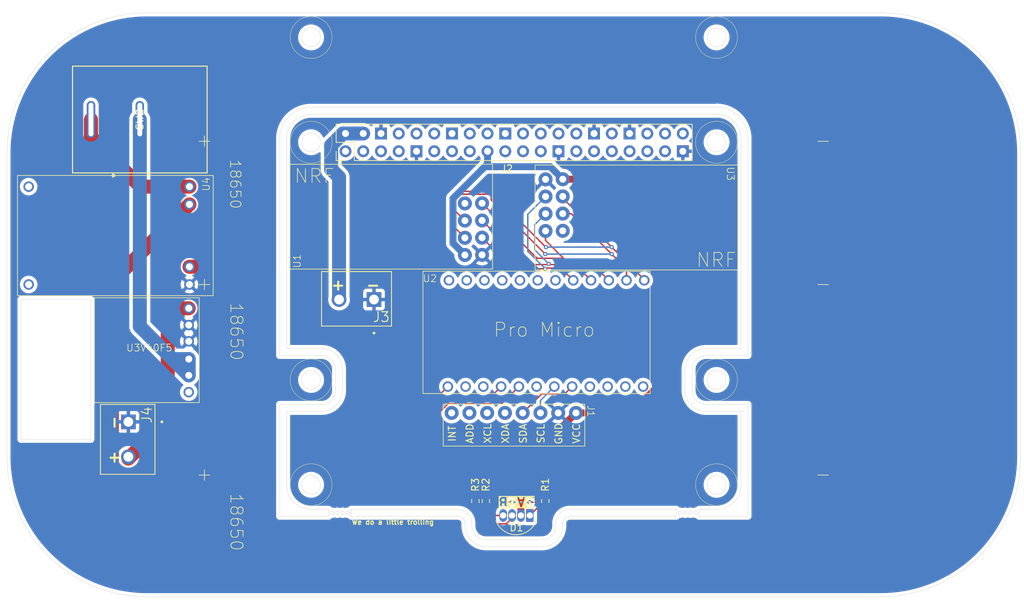
<source format=kicad_pcb>
(kicad_pcb (version 20240108) (generator "pcbnew") (generator_version "8.0")
  (layers (0 "F.Cu" signal) (31 "B.Cu" signal) (34 "B.Paste" user) (35 "F.Paste" user) (36 "B.SilkS" user "B.Silkscreen") (37 "F.SilkS" user "F.Silkscreen") (38 "B.Mask" user) (39 "F.Mask" user) (44 "Edge.Cuts" user))
  (net 0 "")
  (net 1 "Net-(D1-GK)")
  (net 2 "+3.3V")
  (net 3 "/B+")
  (net 4 "GND")
  (net 5 "Net-(D1-RK)")
  (net 6 "/B-")
  (net 7 "Net-(D1-BK)")
  (net 9 "LED_R")
  (net 10 "LED_G")
  (net 11 "LED_B")
  (net 14 "5V regulated")
  (net 17 "MISO")
  (net 26 "MOSI")
  (net 29 "SCK")
  (net 30 "SDA")
  (net 31 "CE")
  (net 32 "SCL")
  (net 33 "CSN")
  (net 72 "Net-(U4-OUT+)")
  (net 73 "Net-(SW2-Pad2)")
  (footprint "Resistor_SMD:R_0603_1608Metric" (layer "F.Cu") (at 143.04 125.86 90)
    (property "Reference" "R1" (at 2.325 0 90) (layer "F.SilkS"))
    (property "Value" "220")
    (fp_line (start -0.237258 -0.5225) (end 0.237258 -0.5225) (stroke (width 0.12)) (layer "F.SilkS"))
    (fp_line (start -0.237258 0.5225) (end 0.237258 0.5225) (stroke (width 0.12)) (layer "F.SilkS"))
    (pad "1" smd roundrect (at -0.825 0 90) (size 0.8 0.95) (layers "F.Cu" "F.Paste" "F.Mask") (net 5 "Net-(D1-RK)"))
    (pad "2" smd roundrect (at 0.825 0 90) (size 0.8 0.95) (layers "F.Cu" "F.Paste" "F.Mask") (net 9 "LED_R"))
  )
  (footprint "Strings_Custom_Symbols:Pro Micro" (layer "F.Cu") (at 117.04 138.485 90)
    (property "Reference" "U2" (at 44.45 9.5 0) (layer "F.SilkS") (effects (font (thickness 0.1))))
    (property "Value" "~")
    (fp_rect (start 28 8.5) (end 45.5 41) (stroke (width 0.1)) (fill none) (layer "F.SilkS"))
    (fp_text user "Pro Micro" (at 35.95 18.5 0) (layer "F.SilkS") (effects (font (size 2 2) (thickness 0.1)) (justify left bottom)))
    (pad "1" thru_hole circle (at 29 40 90) (size 1.5 1.5) (drill 1) (layers "*.Cu" "*.Mask"))
    (pad "2" thru_hole circle (at 29 37.46 90) (size 1.5 1.5) (drill 1) (layers "*.Cu" "*.Mask"))
    (pad "3" thru_hole circle (at 29 34.92 90) (size 1.5 1.5) (drill 1) (layers "*.Cu" "*.Mask"))
    (pad "4" thru_hole circle (at 29 32.38 90) (size 1.5 1.5) (drill 1) (layers "*.Cu" "*.Mask"))
    (pad "5" thru_hole circle (at 29 29.84 90) (size 1.5 1.5) (drill 1) (layers "*.Cu" "*.Mask") (net 30 "SDA"))
    (pad "6" thru_hole circle (at 29 27.3 90) (size 1.5 1.5) (drill 1) (layers "*.Cu" "*.Mask") (net 32 "SCL"))
    (pad "7" thru_hole circle (at 29 24.76 90) (size 1.5 1.5) (drill 1) (layers "*.Cu" "*.Mask"))
    (pad "8" thru_hole circle (at 29 22.22 90) (size 1.5 1.5) (drill 1) (layers "*.Cu" "*.Mask") (net 9 "LED_R"))
    (pad "9" thru_hole circle (at 29 19.68 90) (size 1.5 1.5) (drill 1) (layers "*.Cu" "*.Mask") (net 10 "LED_G"))
    (pad "10" thru_hole circle (at 29 17.14 90) (size 1.5 1.5) (drill 1) (layers "*.Cu" "*.Mask"))
    (pad "11" thru_hole circle (at 29 14.6 90) (size 1.5 1.5) (drill 1) (layers "*.Cu" "*.Mask"))
    (pad "12" thru_hole circle (at 29 12.06 90) (size 1.5 1.5) (drill 1) (layers "*.Cu" "*.Mask") (net 11 "LED_B"))
    (pad "13" thru_hole circle (at 44.2 12.22 90) (size 1.5 1.5) (drill 1) (layers "*.Cu" "*.Mask"))
    (pad "14" thru_hole circle (at 44.2 14.76 90) (size 1.5 1.5) (drill 1) (layers "*.Cu" "*.Mask"))
    (pad "15" thru_hole circle (at 44.2 17.3 90) (size 1.5 1.5) (drill 1) (layers "*.Cu" "*.Mask"))
    (pad "16" thru_hole circle (at 44.2 19.84 90) (size 1.5 1.5) (drill 1) (layers "*.Cu" "*.Mask"))
    (pad "17" thru_hole circle (at 44.2 22.38 90) (size 1.5 1.5) (drill 1) (layers "*.Cu" "*.Mask"))
    (pad "18" thru_hole circle (at 44.2 24.92 90) (size 1.5 1.5) (drill 1) (layers "*.Cu" "*.Mask"))
    (pad "19" thru_hole circle (at 44.2 27.46 90) (size 1.5 1.5) (drill 1) (layers "*.Cu" "*.Mask"))
    (pad "20" thru_hole circle (at 44.2 30 90) (size 1.5 1.5) (drill 1) (layers "*.Cu" "*.Mask") (net 31 "CE"))
    (pad "21" thru_hole circle (at 44.2 32.54 90) (size 1.5 1.5) (drill 1) (layers "*.Cu" "*.Mask") (net 29 "SCK"))
    (pad "22" thru_hole circle (at 44.2 35.08 90) (size 1.5 1.5) (drill 1) (layers "*.Cu" "*.Mask") (net 17 "MISO"))
    (pad "23" thru_hole circle (at 44.2 37.62 90) (size 1.5 1.5) (drill 1) (layers "*.Cu" "*.Mask") (net 26 "MOSI"))
    (pad "24" thru_hole circle (at 44.2 40.16 90) (size 1.5 1.5) (drill 1) (layers "*.Cu" "*.Mask") (net 33 "CSN"))
  )
  (footprint "Strings_Custom_Symbols:MPU6050" (layer "F.Cu") (at 138.568857 112.003425 -90)
    (property "Reference" "J1" (at 1 -11 -90) (layer "F.SilkS") (effects (font (thickness 0.1))))
    (property "Value" "MPU6050")
    (fp_rect (start 0 -10.125) (end 6 10.125) (stroke (width 0.1)) (fill none) (layer "F.SilkS"))
    (fp_text user "SDA" (at 4.21 -1.31 90) (layer "F.SilkS"))
    (fp_text user "SCL" (at 4.21 -3.85 90) (layer "F.SilkS"))
    (fp_text user "INT" (at 4.21 8.85 90) (layer "F.SilkS"))
    (fp_text user "ADD" (at 4.21 6.31 90) (layer "F.SilkS"))
    (fp_text user "GND" (at 4.21 -6.39 90) (layer "F.SilkS"))
    (fp_text user "XCL" (at 4.21 3.77 90) (layer "F.SilkS"))
    (fp_text user "XDA" (at 4.21 1.23 90) (layer "F.SilkS"))
    (fp_text user "VCC" (at 4.21 -8.93 90) (layer "F.SilkS"))
    (pad "1" thru_hole circle (at 1.25 -8.86 90) (size 2 2) (drill 1) (layers "*.Cu" "*.Mask") (net 2 "+3.3V"))
    (pad "2" thru_hole circle (at 1.25 -6.32 90) (size 2 2) (drill 1) (layers "*.Cu" "*.Mask") (net 4 "GND"))
    (pad "3" thru_hole circle (at 1.25 -3.78 90) (size 2 2) (drill 1) (layers "*.Cu" "*.Mask") (net 32 "SCL"))
    (pad "4" thru_hole circle (at 1.25 -1.24 90) (size 2 2) (drill 1) (layers "*.Cu" "*.Mask") (net 30 "SDA"))
    (pad "5" thru_hole circle (at 1.25 1.3 90) (size 2 2) (drill 1) (layers "*.Cu" "*.Mask"))
    (pad "6" thru_hole circle (at 1.25 3.84 90) (size 2 2) (drill 1) (layers "*.Cu" "*.Mask"))
    (pad "7" thru_hole circle (at 1.25 6.38 90) (size 2 2) (drill 1) (layers "*.Cu" "*.Mask"))
    (pad "8" thru_hole circle (at 1.25 8.92 90) (size 2 2) (drill 1) (layers "*.Cu" "*.Mask"))
  )
  (footprint "Resistor_SMD:R_0603_1608Metric" (layer "F.Cu") (at 134.54 125.86 90)
    (property "Reference" "R2" (at 2.325 0 90) (layer "F.SilkS"))
    (property "Value" "220")
    (fp_line (start -0.237258 -0.5225) (end 0.237258 -0.5225) (stroke (width 0.12)) (layer "F.SilkS"))
    (fp_line (start -0.237258 0.5225) (end 0.237258 0.5225) (stroke (width 0.12)) (layer "F.SilkS"))
    (pad "1" smd roundrect (at -0.825 0 90) (size 0.8 0.95) (layers "F.Cu" "F.Paste" "F.Mask") (net 1 "Net-(D1-GK)"))
    (pad "2" smd roundrect (at 0.825 0 90) (size 0.8 0.95) (layers "F.Cu" "F.Paste" "F.Mask") (net 10 "LED_G"))
  )
  (footprint "Strings_Custom_Symbols:CUI_TB003-500-P02BE" (layer "F.Cu") (at 118.54 97.035 180)
    (property "Reference" "J3" (at -1.05 -2.5 0) (layer "F.SilkS") (effects (font (size 1.4 1.4))))
    (property "Value" "Screw_Terminal_01x02")
    (fp_line (start 7.5 4) (end -2.5 4) (stroke (width 0.127)) (layer "F.SilkS"))
    (fp_line (start 7.5 -3.8) (end 7.5 4) (stroke (width 0.127)) (layer "F.SilkS"))
    (fp_line (start -2.5 4) (end -2.5 -3.8) (stroke (width 0.127)) (layer "F.SilkS"))
    (fp_line (start -2.5 -3.8) (end 7.5 -3.8) (stroke (width 0.127)) (layer "F.SilkS"))
    (fp_circle (center 0 -4.8) (end 0.1 -4.8) (stroke (width 0.2)) (fill none) (layer "F.SilkS"))
    (fp_text user "-" (at -1 2.75 180) (layer "F.SilkS") (effects (font (size 1.5 1.5) (thickness 0.3) (bold yes)) (justify left bottom)))
    (fp_text user "+" (at 4 2.75 180) (layer "F.SilkS") (effects (font (size 1.5 1.5) (thickness 0.3) (bold yes)) (justify left bottom)))
    (pad "1" thru_hole rect (at 0 0 180) (size 2.1 2.1) (drill 1.4) (layers "*.Cu" "*.Mask") (net 4 "GND"))
    (pad "2" thru_hole circle (at 5 0 180) (size 2.1 2.1) (drill 1.4) (layers "*.Cu" "*.Mask") (net 14 "5V regulated"))
  )
  (footprint "Strings_Custom_Symbols:18650SMD" (layer "F.Cu") (at 176.84 137.635 180)
    (property "Reference" "U8" (hide yes))
    (property "Value" "~" (hide yes))
    (fp_text user "+" (at 81.25 16.5 180) (layer "F.SilkS") (effects (font (size 2 2) (thickness 0.1)) (justify left bottom)))
    (fp_text user "18650 " (at 79 13 -90) (layer "F.SilkS") (effects (font (size 1.75 1.75) (thickness 0.1)) (justify left bottom)))
    (fp_text user "-" (at -7.25 16.5 180) (layer "F.SilkS") (effects (font (size 2 2) (thickness 0.1)) (justify left bottom)))
    (pad "1" smd custom (at -2.2 15.6 180) (size 5 5) (layers "*.Mask" "F.Cu" "F.Paste") (net 3 "/B+") (options (clearance outline) (anchor rect)) (primitives))
    (pad "2" smd custom (at 78.8 15.6 180) (size 5 5) (layers "*.Mask" "F.Cu" "F.Paste") (net 6 "/B-") (options (clearance outline) (anchor rect)) (primitives))
  )
  (footprint "Strings_Custom_Symbols:CUI_TB003-500-P02BE" (layer "F.Cu") (at 83.4025 114.535 -90)
    (property "Reference" "J4" (at -1 -2.6375 90) (layer "F.SilkS") (effects (font (size 1.4 1.4))))
    (property "Value" "Screw_Terminal_01x02")
    (fp_line (start -2.5 4) (end -2.5 -3.8) (stroke (width 0.127)) (layer "F.SilkS"))
    (fp_line (start 7.5 4) (end -2.5 4) (stroke (width 0.127)) (layer "F.SilkS"))
    (fp_line (start -2.5 -3.8) (end 7.5 -3.8) (stroke (width 0.127)) (layer "F.SilkS"))
    (fp_line (start 7.5 -3.8) (end 7.5 4) (stroke (width 0.127)) (layer "F.SilkS"))
    (fp_circle (center 0 -4.8) (end 0.1 -4.8) (stroke (width 0.2)) (fill none) (layer "F.SilkS"))
    (fp_text user "-" (at -1 2.75 -90) (layer "F.SilkS") (effects (font (size 1.5 1.5) (thickness 0.3) (bold yes)) (justify left bottom)))
    (fp_text user "+" (at 4 2.75 -90) (layer "F.SilkS") (effects (font (size 1.5 1.5) (thickness 0.3) (bold yes)) (justify left bottom)))
    (pad "1" thru_hole rect (at 0 0 270) (size 2.1 2.1) (drill 1.4) (layers "*.Cu" "*.Mask") (net 4 "GND"))
    (pad "2" thru_hole circle (at 5 0 270) (size 2.1 2.1) (drill 1.4) (layers "*.Cu" "*.Mask") (net 14 "5V regulated"))
  )
  (footprint "Strings_Custom_Symbols:18650SMD" (layer "F.Cu") (at 176.84 89.885 180)
    (property "Reference" "U6" (hide yes))
    (property "Value" "~" (hide yes))
    (fp_text user "18650 " (at 79 13 -90) (layer "F.SilkS") (effects (font (size 1.5 1.5) (thickness 0.1)) (justify left bottom)))
    (fp_text user "+" (at 81.25 16.5 180) (layer "F.SilkS") (effects (font (size 2 2) (thickness 0.1)) (justify left bottom)))
    (fp_text user "-" (at -7.25 16.5 180) (layer "F.SilkS") (effects (font (size 2 2) (thickness 0.1)) (justify left bottom)))
    (pad "1" smd custom (at -2.2 15.6 180) (size 5 5) (layers "*.Mask" "F.Cu" "F.Paste") (net 3 "/B+") (options (clearance outline) (anchor rect)) (primitives))
    (pad "2" smd custom (at 78.8 15.6 180) (size 5 5) (layers "*.Mask" "F.Cu" "F.Paste") (net 6 "/B-") (options (clearance outline) (anchor rect)) (primitives))
  )
  (footprint "Strings_Custom_Symbols:nRF24L01" (layer "F.Cu") (at 131.58 68.805)
    (property "Reference" "U1" (at -24.04 22.73 90) (layer "F.SilkS") (effects (font (thickness 0.1))))
    (property "Value" "~" (hide yes))
    (fp_rect (start 10 9) (end 39 24) (stroke (width 0.1)) (fill none) (layer "F.SilkS"))
    (fp_text user "NRF" (at 32.96 23.73 0) (layer "F.SilkS") (effects (font (size 2 2) (thickness 0.1)) (justify left bottom)))
    (pad "1" thru_hole circle (at 11.5 11.04) (size 2 2) (drill 1) (layers "*.Cu" "*.Mask") (net 4 "GND"))
    (pad "2" thru_hole circle (at 11.5 13.5) (size 2 2) (drill 1) (layers "*.Cu" "*.Mask") (net 31 "CE"))
    (pad "3" thru_hole circle (at 11.5 15.96) (size 2 2) (drill 1) (layers "*.Cu" "*.Mask") (net 29 "SCK"))
    (pad "4" thru_hole circle (at 11.5 18.42) (size 2 2) (drill 1) (layers "*.Cu" "*.Mask") (net 17 "MISO"))
    (pad "5" thru_hole circle (at 13.96 11.02) (size 2 2) (drill 1) (layers "*.Cu" "*.Mask") (net 2 "+3.3V"))
    (pad "6" thru_hole circle (at 13.96 13.48) (size 2 2) (drill 1) (layers "*.Cu" "*.Mask") (net 33 "CSN"))
    (pad "7" thru_hole circle (at 13.96 15.94) (size 2 2) (drill 1) (layers "*.Cu" "*.Mask") (net 26 "MOSI"))
    (pad "8" thru_hole circle (at 13.96 18.4) (size 2 2) (drill 1) (layers "*.Cu" "*.Mask"))
  )
  (footprint "Strings_Custom_Symbols:18650SMD" (layer "F.Cu") (at 176.84 110.385 180)
    (property "Reference" "U7" (hide yes))
    (property "Value" "~" (hide yes))
    (fp_text user "-" (at -7.25 16.5 180) (layer "F.SilkS") (effects (font (size 2 2) (thickness 0.1)) (justify left bottom)))
    (fp_text user "+" (at 81.25 16.5 180) (layer "F.SilkS") (effects (font (size 2 2) (thickness 0.1)) (justify left bottom)))
    (fp_text user "18650 " (at 79 13 -90) (layer "F.SilkS") (effects (font (size 1.75 1.75) (thickness 0.1)) (justify left bottom)))
    (pad "1" smd custom (at -2.2 15.6 180) (size 5 5) (layers "*.Mask" "F.Cu" "F.Paste") (net 3 "/B+") (options (clearance outline) (anchor rect)) (primitives))
    (pad "2" smd custom (at 78.8 15.6 180) (size 5 5) (layers "*.Mask" "F.Cu" "F.Paste") (net 6 "/B-") (options (clearance outline) (anchor rect)) (primitives))
  )
  (footprint "Strings_Custom_Symbols:SW_SRB22A2BBBNN_ZFE" (layer "F.Cu") (at 78.055 71.285 90)
    (property "Reference" "SW2" (at 0 6.985 90) (layer "F.SilkS"))
    (property "Value" "SRB22A2BBBNN")
    (fp_line (start 7.6327 -2.6416) (end -7.6327 -2.6416) (stroke (width 0.1524)) (layer "F.SilkS"))
    (fp_line (start -7.6327 -2.6416) (end -7.6327 16.6116) (stroke (width 0.1524)) (layer "F.SilkS"))
    (fp_line (start 7.6327 16.6116) (end 7.6327 -2.6416) (stroke (width 0.1524)) (layer "F.SilkS"))
    (fp_line (start -7.6327 16.6116) (end 7.6327 16.6116) (stroke (width 0.1524)) (layer "F.SilkS"))
    (fp_text user "*" (at -8.0137 3.4925 90) (layer "F.SilkS"))
    (fp_text user "*" (at -8.0137 3.4925 -90) (layer "F.SilkS"))
    (pad "1" thru_hole oval (at 0 0 90) (size 5.3 1.2) (drill oval 4.8 0.7) (layers "*.Cu" "*.Mask") (net 72 "Net-(U4-OUT+)"))
    (pad "2" thru_hole oval (at 0 6.985 90) (size 5.3 1.2) (drill oval 4.8 0.7) (layers "*.Cu" "*.Mask") (net 73 "Net-(SW2-Pad2)"))
  )
  (footprint "LED_THT:LED_D5.0mm-4_RGB" (layer "F.Cu") (at 138.92807 127.675458 180)
    (property "Reference" "D1" (at 0.005 -2 0) (layer "F.SilkS"))
    (property "Value" "LED_RABG")
    (fp_arc (start -2.846062 -0.924771) (mid 0 -3) (end 2.923488 -1.035346) (stroke (width 0.12)) (layer "F.SilkS"))
    (fp_text user "R" (at -2.770742 2.457511 180) (layer "F.SilkS" knockout) (effects (font (size 1.25 1.25) (thickness 0.25) (bold yes)) (justify left bottom)))
    (fp_text user "A" (at -1.360182 2.457511 180) (layer "F.SilkS" knockout) (effects (font (size 1.25 1.25) (thickness 0.25) (bold yes)) (justify left bottom)))
    (fp_text user "B" (at 1.1172 2.449929 180) (layer "F.SilkS" knockout) (effects (font (size 1.25 1.25) (thickness 0.25) (bold yes)) (justify left bottom)))
    (fp_text user "G" (at -0.122344 2.450314 180) (layer "F.SilkS" knockout) (effects (font (size 1.25 1.25) (thickness 0.25) (bold yes)) (justify left bottom)))
    (pad "1" thru_hole rect (at -1.9 -0.25 180) (size 1.07 1.8) (drill 0.9) (layers "*.Cu" "*.Mask") (net 5 "Net-(D1-RK)"))
    (pad "2" thru_hole oval (at -0.63 -0.25 180) (size 1.07 1.8) (drill 0.9) (layers "*.Cu" "*.Mask") (net 2 "+3.3V"))
    (pad "3" thru_hole oval (at 0.64 -0.25 180) (size 1.07 1.8) (drill 0.9) (layers "*.Cu" "*.Mask") (net 7 "Net-(D1-BK)"))
    (pad "4" thru_hole oval (at 1.91 -0.25 180) (size 1.07 1.8) (drill 0.9) (layers "*.Cu" "*.Mask") (net 1 "Net-(D1-GK)"))
  )
  (footprint "Strings_Custom_Symbols:nRF24L01" (layer "F.Cu") (at 145.5 101.685 180)
    (property "Reference" "U3" (at -24.04 22.65 -90) (layer "F.SilkS") (effects (font (thickness 0.1))))
    (property "Value" "~")
    (fp_rect (start 10 9) (end 39 24) (stroke (width 0.1)) (fill none) (layer "F.SilkS"))
    (fp_text user "NRF" (at 38.46 21.15 0) (layer "F.SilkS") (effects (font (size 2 2) (thickness 0.1)) (justify left bottom)))
    (pad "1" thru_hole circle (at 11.5 11.04 180) (size 2 2) (drill 1) (layers "*.Cu" "*.Mask") (net 4 "GND"))
    (pad "2" thru_hole circle (at 11.5 13.5 180) (size 2 2) (drill 1) (layers "*.Cu" "*.Mask") (net 31 "CE"))
    (pad "3" thru_hole circle (at 11.5 15.96 180) (size 2 2) (drill 1) (layers "*.Cu" "*.Mask") (net 29 "SCK"))
    (pad "4" thru_hole circle (at 11.5 18.42 180) (size 2 2) (drill 1) (layers "*.Cu" "*.Mask") (net 17 "MISO"))
    (pad "5" thru_hole circle (at 13.96 11.02 180) (size 2 2) (drill 1) (layers "*.Cu" "*.Mask") (net 2 "+3.3V"))
    (pad "6" thru_hole circle (at 13.96 13.48 180) (size 2 2) (drill 1) (layers "*.Cu" "*.Mask") (net 33 "CSN"))
    (pad "7" thru_hole circle (at 13.96 15.94 180) (size 2 2) (drill 1) (layers "*.Cu" "*.Mask") (net 26 "MOSI"))
    (pad "8" thru_hole circle (at 13.96 18.4 180) (size 2 2) (drill 1) (layers "*.Cu" "*.Mask"))
  )
  (footprint "Library:TP4056" (layer "F.Cu") (at 87.54 72.285)
    (property "Reference" "U4" (at 7 8.25 90) (layer "F.SilkS") (effects (font (thickness 0.1))))
    (property "Value" "~")
    (fp_rect (start -20 7) (end 8 24.2) (stroke (width 0.1)) (fill none) (layer "F.SilkS"))
    (pad "1" thru_hole circle (at -18.4 8.6) (size 1.5 1.5) (drill 1) (layers "*.Cu" "*.Mask"))
    (pad "2" thru_hole circle (at -18.4 22.6) (size 1.5 1.5) (drill 1) (layers "*.Cu" "*.Mask"))
    (pad "3" thru_hole circle (at 4.6 8.6) (size 1.5 1.5) (drill 1) (layers "*.Cu" "*.Mask") (net 72 "Net-(U4-OUT+)"))
    (pad "4" thru_hole circle (at 4.6 11.14) (size 1.5 1.5) (drill 1) (layers "*.Cu" "*.Mask") (net 3 "/B+"))
    (pad "5" thru_hole circle (at 4.6 20.06) (size 1.5 1.5) (drill 1) (layers "*.Cu" "*.Mask") (net 6 "/B-"))
    (pad "6" thru_hole circle (at 4.6 22.6) (size 1.5 1.5) (drill 1) (layers "*.Cu" "*.Mask") (net 4 "GND"))
  )
  (footprint "Strings_Custom_Symbols:StringsVRPCB" (layer "F.Cu") (at 138.54 99.535)
    (property "Reference" "REF**" (hide yes))
    (property "Value" "StringsVRPCB")
    (fp_circle (center -29 -40) (end -26 -40) (stroke (width 0.05)) (fill none) (layer "F.SilkS"))
    (fp_circle (center -29 -25) (end -26 -25) (stroke (width 0.05)) (fill none) (layer "F.SilkS"))
    (fp_circle (center -29 9.000001) (end -26 9.000001) (stroke (width 0.05)) (fill none) (layer "F.SilkS"))
    (fp_circle (center -29 24) (end -26 24) (stroke (width 0.05)) (fill none) (layer "F.SilkS"))
    (fp_circle (center 29 -40) (end 32 -40) (stroke (width 0.05)) (fill none) (layer "F.SilkS"))
    (fp_circle (center 29 -25) (end 32 -25) (stroke (width 0.05)) (fill none) (layer "F.SilkS"))
    (fp_circle (center 29 9) (end 32 9) (stroke (width 0.05)) (fill none) (layer "F.SilkS"))
    (fp_circle (center 29 24) (end 32 24) (stroke (width 0.05)) (fill none) (layer "F.SilkS"))
    (fp_line (start -72.5 -23.5) (end -72.5 20) (stroke (width 0.05)) (layer "Edge.Cuts"))
    (fp_line (start -52.5 40) (end 52.5 40) (stroke (width 0.05)) (layer "Edge.Cuts"))
    (fp_line (start -33.5 5.500001) (end -33.5 -25.5) (stroke (width 0.05)) (layer "Edge.Cuts"))
    (fp_line (start -33.5 12.500001) (end -27.5 12.500001) (stroke (width 0.05)) (layer "Edge.Cuts"))
    (fp_line (start -33.5 28.5) (end -33.5 12.500001) (stroke (width 0.05)) (layer "Edge.Cuts"))
    (fp_line (start -33.49653 28.5) (end -26.503469 28.5) (stroke (width 0.05)) (layer "Edge.Cuts"))
    (fp_line (start -32.5 -25.499999) (end -32.5 4.500001) (stroke (width 0.05)) (layer "Edge.Cuts"))
    (fp_line (start -32.5 13.500001) (end -27.5 13.500001) (stroke (width 0.05)) (layer "Edge.Cuts"))
    (fp_line (start -32.5 24) (end -32.5 13.500001) (stroke (width 0.05)) (layer "Edge.Cuts"))
    (fp_line (start -28.999999 27.499999) (end -26.5 27.5) (stroke (width 0.05)) (layer "Edge.Cuts"))
    (fp_line (start -27.5 4.500001) (end -32.5 4.500001) (stroke (width 0.05)) (layer "Edge.Cuts"))
    (fp_line (start -27.5 5.500001) (end -33.5 5.500001) (stroke (width 0.05)) (layer "Edge.Cuts"))
    (fp_line (start -26.5 28.5) (end -26.5 27.5) (stroke (width 0.05)) (layer "Edge.Cuts"))
    (fp_line (start -25.5 10.500001) (end -25.5 7.500001) (stroke (width 0.05)) (layer "Edge.Cuts"))
    (fp_line (start -24.5 10.500001) (end -24.5 7.500001) (stroke (width 0.05)) (layer "Edge.Cuts"))
    (fp_line (start -23.25 27.5) (end -23.25 28.5) (stroke (width 0.05)) (layer "Edge.Cuts"))
    (fp_line (start -23.25 28.5) (end -8 28.5) (stroke (width 0.05)) (layer "Edge.Cuts"))
    (fp_line (start -8 27.5) (end -23.25 27.5) (stroke (width 0.05)) (layer "Edge.Cuts"))
    (fp_line (start -6.989602 29.5) (end -6.989602 29.875054) (stroke (width 0.05)) (layer "Edge.Cuts"))
    (fp_line (start -6 29.5) (end -6 29.875) (stroke (width 0.05)) (layer "Edge.Cuts"))
    (fp_line (start -4 31.875) (end 4 31.875) (stroke (width 0.05)) (layer "Edge.Cuts"))
    (fp_line (start -4 32.875) (end 4 32.875) (stroke (width 0.05)) (layer "Edge.Cuts"))
    (fp_line (start 6 29.875) (end 6 29.375) (stroke (width 0.05)) (layer "Edge.Cuts"))
    (fp_line (start 7.010398 29.875) (end 7.00698 29.381932) (stroke (width 0.05)) (layer "Edge.Cuts"))
    (fp_line (start 7.999956 28.5) (end 23.25 28.5) (stroke (width 0.05)) (layer "Edge.Cuts"))
    (fp_line (start 8 -30) (end -29 -30) (stroke (width 0.05)) (layer "Edge.Cuts"))
    (fp_line (start 8 -29) (end -29 -29) (stroke (width 0.05)) (layer "Edge.Cuts"))
    (fp_line (start 23.25 27.5) (end 8 27.5) (stroke (width 0.05)) (layer "Edge.Cuts"))
    (fp_line (start 23.25 28.5) (end 23.25 27.5) (stroke (width 0.05)) (layer "Edge.Cuts"))
    (fp_line (start 24.5 7.5) (end 24.5 10.5) (stroke (width 0.05)) (layer "Edge.Cuts"))
    (fp_line (start 25.5 7.5) (end 25.5 10.5) (stroke (width 0.05)) (layer "Edge.Cuts"))
    (fp_line (start 26.5 27.5) (end 26.5 28.5) (stroke (width 0.05)) (layer "Edge.Cuts"))
    (fp_line (start 26.5 27.5) (end 29 27.5) (stroke (width 0.05)) (layer "Edge.Cuts"))
    (fp_line (start 26.5 28.499993) (end 33.5 28.5) (stroke (width 0.05)) (layer "Edge.Cuts"))
    (fp_line (start 27.5 12.5) (end 33.5 12.5) (stroke (width 0.05)) (layer "Edge.Cuts"))
    (fp_line (start 27.5 13.5) (end 32.5 13.5) (stroke (width 0.05)) (layer "Edge.Cuts"))
    (fp_line (start 29 -30) (end 8 -30) (stroke (width 0.05)) (layer "Edge.Cuts"))
    (fp_line (start 29 -29) (end 8 -29) (stroke (width 0.05)) (layer "Edge.Cuts"))
    (fp_line (start 32.5 4.5) (end 27.5 4.5) (stroke (width 0.05)) (layer "Edge.Cuts"))
    (fp_line (start 32.5 4.5) (end 32.5 -25.525126) (stroke (width 0.05)) (layer "Edge.Cuts"))
    (fp_line (start 32.5 13.5) (end 32.5 23.999999) (stroke (width 0.05)) (layer "Edge.Cuts"))
    (fp_line (start 33.499998 -25.582106) (end 33.5 5.5) (stroke (width 0.05)) (layer "Edge.Cuts"))
    (fp_line (start 33.5 5.5) (end 27.5 5.5) (stroke (width 0.05)) (layer "Edge.Cuts"))
    (fp_line (start 33.5 12.5) (end 33.5 28.5) (stroke (width 0.05)) (layer "Edge.Cuts"))
    (fp_line (start 52.5 -43.5) (end -52.5 -43.5) (stroke (width 0.05)) (layer "Edge.Cuts"))
    (fp_line (start 72.5 20) (end 72.5 -23.5) (stroke (width 0.05)) (layer "Edge.Cuts"))
    (fp_arc (start -72.5 -23.5) (mid -66.642136 -37.642136) (end -52.5 -43.5) (stroke (width 0.05)) (layer "Edge.Cuts"))
    (fp_arc (start -52.5 40) (mid -66.642136 34.142136) (end -72.5 20) (stroke (width 0.05)) (layer "Edge.Cuts"))
    (fp_arc (start -33.5 -25.5) (mid -32.181981 -28.681981) (end -29 -30) (stroke (width 0.05)) (layer "Edge.Cuts"))
    (fp_arc (start -32.5 -25.499999) (mid -31.474874 -27.974873) (end -29 -29) (stroke (width 0.05)) (layer "Edge.Cuts"))
    (fp_arc (start -28.999999 27.499999) (mid -31.474873 26.474873) (end -32.499999 24) (stroke (width 0.05)) (layer "Edge.Cuts"))
    (fp_arc (start -27.5 4.500001) (mid -25.37868 5.378681) (end -24.5 7.500001) (stroke (width 0.05)) (layer "Edge.Cuts"))
    (fp_arc (start -27.5 5.500001) (mid -26.085786 6.085787) (end -25.5 7.500001) (stroke (width 0.05)) (layer "Edge.Cuts"))
    (fp_arc (start -25.5 10.500001) (mid -26.085786 11.914215) (end -27.5 12.500001) (stroke (width 0.05)) (layer "Edge.Cuts"))
    (fp_arc (start -24.5 10.500001) (mid -25.37868 12.621321) (end -27.5 13.500001) (stroke (width 0.05)) (layer "Edge.Cuts"))
    (fp_arc (start -8 27.5) (mid -6.585786 28.085786) (end -6 29.5) (stroke (width 0.05)) (layer "Edge.Cuts"))
    (fp_arc (start -8 28.5) (mid -7.292893 28.792893) (end -7 29.5) (stroke (width 0.05)) (layer "Edge.Cuts"))
    (fp_arc (start -4 31.875) (mid -5.414214 31.289214) (end -6 29.875) (stroke (width 0.05)) (layer "Edge.Cuts"))
    (fp_arc (start -4 32.864602) (mid -6.113949 31.988987) (end -6.989602 29.875054) (stroke (width 0.05)) (layer "Edge.Cuts"))
    (fp_arc (start 6 29.5) (mid 6.585786 28.085786) (end 8 27.5) (stroke (width 0.05)) (layer "Edge.Cuts"))
    (fp_arc (start 6 29.875) (mid 5.414214 31.289214) (end 4 31.875) (stroke (width 0.05)) (layer "Edge.Cuts"))
    (fp_arc (start 6.99998 29.506932) (mid 7.290394 28.795341) (end 7.999956 28.5) (stroke (width 0.05)) (layer "Edge.Cuts"))
    (fp_arc (start 7 29.875) (mid 6.12132 31.99632) (end 4 32.875) (stroke (width 0.05)) (layer "Edge.Cuts"))
    (fp_arc (start 24.5 7.5) (mid 25.37868 5.37868) (end 27.5 4.5) (stroke (width 0.05)) (layer "Edge.Cuts"))
    (fp_arc (start 25.5 7.5) (mid 26.085786 6.085786) (end 27.5 5.5) (stroke (width 0.05)) (layer "Edge.Cuts"))
    (fp_arc (start 27.5 12.5) (mid 26.085786 11.914214) (end 25.5 10.5) (stroke (width 0.05)) (layer "Edge.Cuts"))
    (fp_arc (start 27.5 13.5) (mid 25.37868 12.62132) (end 24.5 10.5) (stroke (width 0.05)) (layer "Edge.Cuts"))
    (fp_arc (start 29 -30.025485) (mid 32.162034 -28.727444) (end 33.499998 -25.582106) (stroke (width 0.05)) (layer "Edge.Cuts"))
    (fp_arc (start 29 -29.025126) (mid 31.474883 -28.000001) (end 32.5 -25.525126) (stroke (width 0.05)) (layer "Edge.Cuts"))
    (fp_arc (start 32.5 23.999999) (mid 31.474874 26.474873) (end 29 27.5) (stroke (width 0.05)) (layer "Edge.Cuts"))
    (fp_arc (start 52.5 -43.5) (mid 66.642136 -37.642136) (end 72.5 -23.5) (stroke (width 0.05)) (layer "Edge.Cuts"))
    (fp_arc (start 72.5 20) (mid 66.642136 34.142136) (end 52.5 40) (stroke (width 0.05)) (layer "Edge.Cuts"))
    (fp_circle (center -29 -40) (end -27.65 -40) (stroke (width 0.05)) (fill none) (layer "Edge.Cuts"))
    (fp_circle (center -29 -25) (end -27.65 -25) (stroke (width 0.05)) (fill none) (layer "Edge.Cuts"))
    (fp_circle (center -29 9.000001) (end -27.65 9.000001) (stroke (width 0.05)) (fill none) (layer "Edge.Cuts"))
    (fp_circle (center -29 24) (end -27.65 24) (stroke (width 0.05)) (fill none) (layer "Edge.Cuts"))
    (fp_circle (center -26 28) (end -25.75 28) (stroke (width 0.05)) (fill none) (layer "Edge.Cuts"))
    (fp_circle (center -25.25 28) (end -25 28) (stroke (width 0.05)) (fill none) (layer "Edge.Cuts"))
    (fp_circle (center -24.5 28) (end -24.25 28) (stroke (width 0.05)) (fill none) (layer "Edge.Cuts"))
    (fp_circle (center -23.75 28) (end -23.5 28) (stroke (width 0.05)) (fill none) (layer "Edge.Cuts"))
    (fp_circle (center 23.75 28) (end 24 28) (stroke (width 0.05)) (fill none) (layer "Edge.Cuts"))
    (fp_circle (center 24.5 28) (end 24.75 28) (stroke (width 0.05)) (fill none) (layer "Edge.Cuts"))
    (fp_circle (center 25.25 28) (end 25.5 28) (stroke (width 0.05)) (fill none) (layer "Edge.Cuts"))
    (fp_circle (center 26 28) (end 26.25 28) (stroke (width 0.05)) (fill none) (layer "Edge.Cuts"))
    (fp_circle (center 29 -40) (end 30.35 -40) (stroke (width 0.05)) (fill none) (layer "Edge.Cuts"))
    (fp_circle (center 29 -25) (end 30.35 -25) (stroke (width 0.05)) (fill none) (layer "Edge.Cuts"))
    (fp_circle (center 29 9) (end 30.35 9) (stroke (width 0.05)) (fill none) (layer "Edge.Cuts"))
    (fp_circle (center 29 24) (end 30.35 24) (stroke (width 0.05)) (fill none) (layer "Edge.Cuts"))
    (fp_text user "We do a little trolling" (at -23.25 29.75 0) (layer "F.SilkS") (effects (font (size 0.7 0.7)) (justify left bottom)))
  )
  (footprint "Strings_Custom_Symbols:Pin_Header_Straight_2x20_Pitch2.54mm" (layer "F.Cu") (at 106.09 71.055 90)
    (property "Reference" "J2" (at -7.27 31.45 360) (layer "F.SilkS"))
    (property "Value" "Conn_02x20_Odd_Even" (hide yes))
    (fp_line (start -0.9 7.04) (end -0.9 57.96) (stroke (width 0.12)) (layer "F.SilkS"))
    (fp_line (start -3.5 7.04) (end -0.9 7.04) (stroke (width 0.12)) (layer "F.SilkS"))
    (fp_line (start -6.1 7.04) (end -4.77 7.04) (stroke (width 0.12)) (layer "F.SilkS"))
    (fp_line (start -6.1 8.37) (end -6.1 7.04) (stroke (width 0.12)) (layer "F.SilkS"))
    (fp_line (start -3.5 9.64) (end -3.5 7.04) (stroke (width 0.12)) (layer "F.SilkS"))
    (fp_line (start -6.1 9.64) (end -3.5 9.64) (stroke (width 0.12)) (layer "F.SilkS"))
    (fp_line (start -6.1 9.64) (end -6.1 57.96) (stroke (width 0.12)) (layer "F.SilkS"))
    (fp_line (start -6.1 57.96) (end -0.9 57.96) (stroke (width 0.12)) (layer "F.SilkS"))
    (pad "1" thru_hole circle (at -4.77 8.37 90) (size 1.7 1.7) (drill 1) (layers "*.Cu" "*.Mask"))
    (pad "2" thru_hole oval (at -2.23 8.37 90) (size 1.7 1.7) (drill 1) (layers "*.Cu" "*.Mask") (net 14 "5V regulated"))
    (pad "3" thru_hole oval (at -4.77 10.91 90) (size 1.7 1.7) (drill 1) (layers "*.Cu" "*.Mask"))
    (pad "4" thru_hole oval (at -2.23 10.91 90) (size 1.7 1.7) (drill 1) (layers "*.Cu" "*.Mask") (net 14 "5V regulated"))
    (pad "5" thru_hole oval (at -4.77 13.45 90) (size 1.7 1.7) (drill 1) (layers "*.Cu" "*.Mask"))
    (pad "6" thru_hole rect (at -2.23 13.45 90) (size 1.7 1.7) (drill 1) (layers "*.Cu" "*.Mask") (net 4 "GND"))
    (pad "7" thru_hole oval (at -4.77 15.99 90) (size 1.7 1.7) (drill 1) (layers "*.Cu" "*.Mask"))
    (pad "8" thru_hole oval (at -2.23 15.99 90) (size 1.7 1.7) (drill 1) (layers "*.Cu" "*.Mask"))
    (pad "9" thru_hole rect (at -4.77 18.53 90) (size 1.7 1.7) (drill 1) (layers "*.Cu" "*.Mask") (net 4 "GND"))
    (pad "10" thru_hole oval (at -2.23 18.53 90) (size 1.7 1.7) (drill 1) (layers "*.Cu" "*.Mask"))
    (pad "11" thru_hole oval (at -4.77 21.07 90) (size 1.7 1.7) (drill 1) (layers "*.Cu" "*.Mask"))
    (pad "12" thru_hole oval (at -2.23 21.07 90) (size 1.7 1.7) (drill 1) (layers "*.Cu" "*.Mask"))
    (pad "13" thru_hole oval (at -4.77 23.61 90) (size 1.7 1.7) (drill 1) (layers "*.Cu" "*.Mask"))
    (pad "14" thru_hole rect (at -2.23 23.61 90) (size 1.7 1.7) (drill 1) (layers "*.Cu" "*.Mask"))
    (pad "15" thru_hole oval (at -4.77 26.15 90) (size 1.7 1.7) (drill 1) (layers "*.Cu" "*.Mask"))
    (pad "16" thru_hole oval (at -2.23 26.15 90) (size 1.7 1.7) (drill 1) (layers "*.Cu" "*.Mask"))
    (pad "17" thru_hole oval (at -4.77 28.69 90) (size 1.7 1.7) (drill 1) (layers "*.Cu" "*.Mask") (net 2 "+3.3V"))
    (pad "18" thru_hole oval (at -2.23 28.69 90) (size 1.7 1.7) (drill 1) (layers "*.Cu" "*.Mask"))
    (pad "19" thru_hole oval (at -4.77 31.23 90) (size 1.7 1.7) (drill 1) (layers "*.Cu" "*.Mask"))
    (pad "20" thru_hole rect (at -2.23 31.23 90) (size 1.7 1.7) (drill 1) (layers "*.Cu" "*.Mask"))
    (pad "21" thru_hole oval (at -4.77 33.77 90) (size 1.7 1.7) (drill 1) (layers "*.Cu" "*.Mask"))
    (pad "22" thru_hole oval (at -2.23 33.77 90) (size 1.7 1.7) (drill 1) (layers "*.Cu" "*.Mask"))
    (pad "23" thru_hole oval (at -4.77 36.31 90) (size 1.7 1.7) (drill 1) (layers "*.Cu" "*.Mask"))
    (pad "24" thru_hole oval (at -2.23 36.31 90) (size 1.7 1.7) (drill 1) (layers "*.Cu" "*.Mask"))
    (pad "25" thru_hole rect (at -4.77 38.85 90) (size 1.7 1.7) (drill 1) (layers "*.Cu" "*.Mask") (net 4 "GND"))
    (pad "26" thru_hole oval (at -2.23 38.85 90) (size 1.7 1.7) (drill 1) (layers "*.Cu" "*.Mask"))
    (pad "27" thru_hole oval (at -4.77 41.39 90) (size 1.7 1.7) (drill 1) (layers "*.Cu" "*.Mask"))
    (pad "28" thru_hole oval (at -2.23 41.39 90) (size 1.7 1.7) (drill 1) (layers "*.Cu" "*.Mask"))
    (pad "29" thru_hole oval (at -4.77 43.93 90) (size 1.7 1.7) (drill 1) (layers "*.Cu" "*.Mask"))
    (pad "30" thru_hole rect (at -2.23 43.93 90) (size 1.7 1.7) (drill 1) (layers "*.Cu" "*.Mask") (net 4 "GND"))
    (pad "31" thru_hole oval (at -4.77 46.47 90) (size 1.7 1.7) (drill 1) (layers "*.Cu" "*.Mask"))
    (pad "32" thru_hole oval (at -2.23 46.47 90) (size 1.7 1.7) (drill 1) (layers "*.Cu" "*.Mask"))
    (pad "33" thru_hole oval (at -4.77 49.01 90) (size 1.7 1.7) (drill 1) (layers "*.Cu" "*.Mask"))
    (pad "34" thru_hole rect (at -2.23 49.01 90) (size 1.7 1.7) (drill 1) (layers "*.Cu" "*.Mask") (net 4 "GND"))
    (pad "35" thru_hole oval (at -4.77 51.55 90) (size 1.7 1.7) (drill 1) (layers "*.Cu" "*.Mask"))
    (pad "36" thru_hole oval (at -2.23 51.55 90) (size 1.7 1.7) (drill 1) (layers "*.Cu" "*.Mask"))
    (pad "37" thru_hole oval (at -4.77 54.09 90) (size 1.7 1.7) (drill 1) (layers "*.Cu" "*.Mask"))
    (pad "38" thru_hole oval (at -2.23 54.09 90) (size 1.7 1.7) (drill 1) (layers "*.Cu" "*.Mask"))
    (pad "39" thru_hole rect (at -4.77 56.63 90) (size 1.7 1.7) (drill 1) (layers "*.Cu" "*.Mask") (net 4 "GND"))
    (pad "40" thru_hole oval (at -2.23 56.63 90) (size 1.7 1.7) (drill 1) (layers "*.Cu" "*.Mask"))
  )
  (footprint "Resistor_SMD:R_0603_1608Metric" (layer "F.Cu") (at 133.04 125.86 90)
    (property "Reference" "R3" (at 2.325 0 90) (layer "F.SilkS"))
    (property "Value" "220")
    (fp_line (start -0.237258 -0.5225) (end 0.237258 -0.5225) (stroke (width 0.12)) (layer "F.SilkS"))
    (fp_line (start -0.237258 0.5225) (end 0.237258 0.5225) (stroke (width 0.12)) (layer "F.SilkS"))
    (pad "1" smd roundrect (at -0.825 0 90) (size 0.8 0.95) (layers "F.Cu" "F.Paste" "F.Mask") (net 7 "Net-(D1-BK)"))
    (pad "2" smd roundrect (at 0.825 0 90) (size 0.8 0.95) (layers "F.Cu" "F.Paste" "F.Mask") (net 11 "LED_B"))
  )
  (footprint "Library1:U3V40F5" (layer "F.Cu") (at 86.04 104.285 180)
    (property "Reference" "U5" (hide yes))
    (property "Value" "~" (hide yes))
    (fp_rect (start -7.5 -7.5) (end 7.5 7.5) (stroke (width 0.1)) (fill none) (layer "F.SilkS"))
    (fp_text user "U3V40F5" (at 3 -0.25 0) (layer "F.SilkS") (effects (font (thickness 0.1)) (justify left bottom)))
    (pad "1" thru_hole circle (at -6 -6 180) (size 1.5 1.5) (drill 1) (layers "*.Cu" "*.Mask"))
    (pad "2" thru_hole circle (at -6 -3.6 180) (size 1.5 1.5) (drill 1) (layers "*.Cu" "*.Mask") (net 73 "Net-(SW2-Pad2)"))
    (pad "3" thru_hole circle (at -6 -1.27 180) (size 1.5 1.5) (drill 1) (layers "*.Cu" "*.Mask") (net 73 "Net-(SW2-Pad2)"))
    (pad "4" thru_hole circle (at -6 1.27 180) (size 1.5 1.5) (drill 1) (layers "*.Cu" "*.Mask") (net 4 "GND"))
    (pad "5" thru_hole circle (at -6 3.6 180) (size 1.5 1.5) (drill 1) (layers "*.Cu" "*.Mask") (net 4 "GND"))
    (pad "6" thru_hole circle (at -6 6 180) (size 1.5 1.5) (drill 1) (layers "*.Cu" "*.Mask") (net 14 "5V regulated"))
  )
  (gr_rect (start 68.04 97.035) (end 78.04 117.035) (stroke (width 0.05)) (fill none) (layer "Edge.Cuts"))
  (via (at 115.04 127.535) (size 0.2) (drill 0.2) (layers "F.Cu" "B.Cu") (net 0))
  (segment (start 134.54 127.285) (end 135.180458 127.925458) (width 0.2) (layer "F.Cu") (net 1))
  (segment (start 135.180458 127.925458) (end 137.01807 127.925458) (width 0.2) (layer "F.Cu") (net 1))
  (segment (start 134.54 126.685) (end 134.54 127.285) (width 0.2) (layer "F.Cu") (net 1))
  (segment (start 161.25 79.825) (end 145.54 79.825) (width 1) (layer "F.Cu") (net 2))
  (segment (start 139.55807 121.124212) (end 139.55807 127.925458) (width 1) (layer "F.Cu") (net 2))
  (segment (start 147.428857 113.253425) (end 155.322185 113.253425) (width 1) (layer "F.Cu") (net 2))
  (segment (start 147.428857 113.253425) (end 139.55807 121.124212) (width 1) (layer "F.Cu") (net 2))
  (segment (start 155.322185 113.253425) (end 161.25 107.32561) (width 1) (layer "F.Cu") (net 2))
  (segment (start 161.25 107.32561) (end 161.25 79.825) (width 1) (layer "F.Cu") (net 2))
  (segment (start 134.385836 78.035) (end 133.962918 78.457918) (width 1) (layer "B.Cu") (net 2))
  (segment (start 129.84 88.965) (end 131.54 90.665) (width 1) (layer "B.Cu") (net 2))
  (segment (start 134.78 77.640836) (end 134.78 75.825) (width 1) (layer "B.Cu") (net 2))
  (segment (start 143.75 78.035) (end 134.385836 78.035) (width 1) (layer "B.Cu") (net 2))
  (segment (start 145.54 79.825) (end 143.75 78.035) (width 1) (layer "B.Cu") (net 2))
  (segment (start 133.962918 78.457918) (end 129.84 82.580836) (width 1) (layer "B.Cu") (net 2))
  (segment (start 133.962918 78.457918) (end 134.78 77.640836) (width 1) (layer "B.Cu") (net 2))
  (segment (start 129.84 82.580836) (end 129.84 88.965) (width 1) (layer "B.Cu") (net 2))
  (segment (start 179.04 74.285) (end 179.04 133.385) (width 2) (layer "F.Cu") (net 3))
  (segment (start 176.14 136.285) (end 92.54 136.285) (width 2) (layer "F.Cu") (net 3))
  (segment (start 81.04 94.525) (end 92.14 83.425) (width 2) (layer "F.Cu") (net 3))
  (segment (start 81.04 124.785) (end 81.04 94.525) (width 2) (layer "F.Cu") (net 3))
  (segment (start 92.54 136.285) (end 81.04 124.785) (width 2) (layer "F.Cu") (net 3))
  (segment (start 179.04 133.385) (end 176.14 136.285) (width 2) (layer "F.Cu") (net 3))
  (segment (start 142.068528 126.685) (end 140.82807 127.925458) (width 0.2) (layer "F.Cu") (net 5))
  (segment (start 143.04 126.685) (end 142.068528 126.685) (width 0.2) (layer "F.Cu") (net 5))
  (segment (start 98.04 94.785) (end 95.6 92.345) (width 2) (layer "F.Cu") (net 6))
  (segment (start 98.04 74.285) (end 98.04 94.785) (width 2) (layer "F.Cu") (net 6))
  (segment (start 98.04 121.285) (end 98.04 94.785) (width 2) (layer "F.Cu") (net 6))
  (segment (start 95.6 92.345) (end 92.14 92.345) (width 2) (layer "F.Cu") (net 6))
  (segment (start 138.28807 128.28693) (end 138.28807 127.925458) (width 0.2) (layer "F.Cu") (net 7))
  (segment (start 133.04 127.285) (end 134.880458 129.125458) (width 0.2) (layer "F.Cu") (net 7))
  (segment (start 134.880458 129.125458) (end 137.449542 129.125458) (width 0.2) (layer "F.Cu") (net 7))
  (segment (start 133.04 126.685) (end 133.04 127.285) (width 0.2) (layer "F.Cu") (net 7))
  (segment (start 137.449542 129.125458) (end 138.28807 128.28693) (width 0.2) (layer "F.Cu") (net 7))
  (segment (start 129.110379 111.953425) (end 128.04 113.023804) (width 0.2) (layer "F.Cu") (net 9))
  (segment (start 142.04 126.035) (end 143.04 125.035) (width 0.2) (layer "F.Cu") (net 9))
  (segment (start 134.105686 124.035) (end 135.04 124.035) (width 0.2) (layer "F.Cu") (net 9))
  (segment (start 140.79 126.035) (end 142.04 126.035) (width 0.2) (layer "F.Cu") (net 9))
  (segment (start 128.04 117.969314) (end 134.105686 124.035) (width 0.2) (layer "F.Cu") (net 9))
  (segment (start 137.04 126.035) (end 138.29 126.035) (width 0.2) (layer "F.Cu") (net 9))
  (segment (start 139.26 109.485) (end 136.791575 111.953425) (width 0.2) (layer "F.Cu") (net 9))
  (segment (start 135.04 124.035) (end 137.04 126.035) (width 0.2) (layer "F.Cu") (net 9))
  (segment (start 136.791575 111.953425) (end 129.110379 111.953425) (width 0.2) (layer "F.Cu") (net 9))
  (segment (start 128.04 113.023804) (end 128.04 117.969314) (width 0.2) (layer "F.Cu") (net 9))
  (via (at 140.79 126.035) (size 0.6) (drill 0.3) (layers "F.Cu" "B.Cu") (net 9))
  (via (at 138.29 126.035) (size 0.6) (drill 0.3) (layers "F.Cu" "B.Cu") (net 9))
  (segment (start 138.29 126.035) (end 140.79 126.035) (width 0.2) (layer "B.Cu") (net 9))
  (segment (start 127.64 118.135) (end 134.54 125.035) (width 0.2) (layer "F.Cu") (net 10))
  (segment (start 136.72 109.485) (end 134.651575 111.553425) (width 0.2) (layer "F.Cu") (net 10))
  (segment (start 127.64 112.858118) (end 127.64 118.135) (width 0.2) (layer "F.Cu") (net 10))
  (segment (start 134.651575 111.553425) (end 128.944693 111.553425) (width 0.2) (layer "F.Cu") (net 10))
  (segment (start 128.944693 111.553425) (end 127.64 112.858118) (width 0.2) (layer "F.Cu") (net 10))
  (segment (start 127.24 118.300686) (end 133.04 124.100686) (width 0.2) (layer "F.Cu") (net 11))
  (segment (start 127.24 111.345) (end 127.24 118.300686) (width 0.2) (layer "F.Cu") (net 11))
  (segment (start 133.04 124.100686) (end 133.04 125.035) (width 0.2) (layer "F.Cu") (net 11))
  (segment (start 129.1 109.485) (end 127.24 111.345) (width 0.2) (layer "F.Cu") (net 11))
  (segment (start 83.4025 119.785) (end 89.04 114.1475) (width 2) (layer "F.Cu") (net 14))
  (segment (start 91.04 98.285) (end 92.04 98.285) (width 2) (layer "F.Cu") (net 14))
  (segment (start 89.04 114.1475) (end 89.04 100.285) (width 2) (layer "F.Cu") (net 14))
  (segment (start 89.04 100.285) (end 91.04 98.285) (width 2) (layer "F.Cu") (net 14))
  (segment (start 112.41 78.405) (end 112.41 74.975862) (width 2) (layer "B.Cu") (net 14))
  (segment (start 112.41 74.975862) (end 114.100862 73.285) (width 2) (layer "B.Cu") (net 14))
  (segment (start 114.46 73.285) (end 117 73.285) (width 2) (layer "B.Cu") (net 14))
  (segment (start 114.100862 73.285) (end 114.46 73.285) (width 2) (layer "B.Cu") (net 14))
  (segment (start 113.54 79.535) (end 112.41 78.405) (width 2) (layer "B.Cu") (net 14))
  (segment (start 113.54 96.785) (end 113.54 79.535) (width 2) (layer "B.Cu") (net 14))
  (segment (start 149.37 91.535) (end 146.04 91.535) (width 0.2) (layer "F.Cu") (net 17))
  (segment (start 152.12 94.285) (end 149.37 91.535) (width 0.2) (layer "F.Cu") (net 17))
  (segment (start 141.87 91.135) (end 145.44 91.135) (width 0.2) (layer "F.Cu") (net 17))
  (segment (start 145.54 91.035) (end 143.08 88.575) (width 0.2) (layer "F.Cu") (net 17))
  (segment (start 143.08 88.575) (end 143.08 87.225) (width 0.2) (layer "F.Cu") (net 17))
  (segment (start 145.44 91.135) (end 145.54 91.035) (width 0.2) (layer "F.Cu") (net 17))
  (segment (start 134 83.265) (end 141.87 91.135) (width 0.2) (layer "F.Cu") (net 17))
  (segment (start 146.04 91.535) (end 145.54 91.035) (width 0.2) (layer "F.Cu") (net 17))
  (segment (start 130.24 84.445) (end 131.54 85.745) (width 0.2) (layer "F.Cu") (net 26))
  (segment (start 134.97 81.965) (end 130.61 81.965) (width 0.2) (layer "F.Cu") (net 26))
  (segment (start 130.61 81.965) (end 130.24 82.335) (width 0.2) (layer "F.Cu") (net 26))
  (segment (start 154.66 92.655) (end 146.75 84.745) (width 0.2) (layer "F.Cu") (net 26))
  (segment (start 143.04 90.535) (end 135.3 82.795) (width 0.2) (layer "F.Cu") (net 26))
  (segment (start 135.3 82.795) (end 135.3 82.295) (width 0.2) (layer "F.Cu") (net 26))
  (segment (start 154.66 94.285) (end 154.66 92.655) (width 0.2) (layer "F.Cu") (net 26))
  (segment (start 146.75 84.745) (end 145.54 84.745) (width 0.2) (layer "F.Cu") (net 26))
  (segment (start 135.3 82.295) (end 134.97 81.965) (width 0.2) (layer "F.Cu") (net 26))
  (segment (start 130.24 82.335) (end 130.24 84.445) (width 0.2) (layer "F.Cu") (net 26))
  (via (at 143.04 90.535) (size 0.6) (drill 0.3) (layers "F.Cu" "B.Cu") (net 26))
  (via (at 152.54 90.535) (size 0.6) (drill 0.3) (layers "F.Cu" "B.Cu") (net 26))
  (segment (start 143.04 90.535) (end 152.54 90.535) (width 0.2) (layer "B.Cu") (net 26))
  (segment (start 147.33 92.035) (end 140.31 92.035) (width 0.2) (layer "F.Cu") (net 29))
  (segment (start 140.31 92.035) (end 134 85.725) (width 0.2) (layer "F.Cu") (net 29))
  (segment (start 149.58 94.285) (end 147.33 92.035) (width 0.2) (layer "F.Cu") (net 29))
  (via (at 143.54 91.935) (size 0.6) (drill 0.3) (layers "F.Cu" "B.Cu") (net 29))
  (segment (start 141.54 86.305) (end 143.08 84.765) (width 0.2) (layer "B.Cu") (net 29))
  (segment (start 141.54 89.935) (end 141.54 86.305) (width 0.2) (layer "B.Cu") (net 29))
  (segment (start 143.54 91.935) (end 141.54 89.935) (width 0.2) (layer "B.Cu") (net 29))
  (segment (start 146.88 109.485) (end 145.83 110.535) (width 0.2) (layer "F.Cu") (net 30))
  (segment (start 145.83 110.535) (end 142.527282 110.535) (width 0.2) (layer "F.Cu") (net 30))
  (segment (start 142.527282 110.535) (end 139.808857 113.253425) (width 0.2) (layer "F.Cu") (net 30))
  (segment (start 145.29 92.535) (end 147.04 94.285) (width 0.2) (layer "F.Cu") (net 31))
  (segment (start 143.04 92.635) (end 138.45 92.635) (width 0.2) (layer "F.Cu") (net 31))
  (segment (start 138.45 92.635) (end 134 88.185) (width 0.2) (layer "F.Cu") (net 31))
  (segment (start 143.14 92.535) (end 145.29 92.535) (width 0.2) (layer "F.Cu") (net 31))
  (segment (start 143.04 92.635) (end 143.14 92.535) (width 0.2) (layer "F.Cu") (net 31))
  (via (at 143.04 92.635) (size 0.6) (drill 0.3) (layers "F.Cu" "B.Cu") (net 31))
  (segment (start 143.04 92.635) (end 140.54 90.135) (width 0.2) (layer "B.Cu") (net 31))
  (segment (start 140.54 84.845) (end 143.08 82.305) (width 0.2) (layer "B.Cu") (net 31))
  (segment (start 140.54 90.135) (end 140.54 84.845) (width 0.2) (layer "B.Cu") (net 31))
  (segment (start 142.348857 111.476143) (end 142.348857 113.253425) (width 0.2) (layer "B.Cu") (net 32))
  (segment (start 144.34 109.485) (end 142.348857 111.476143) (width 0.2) (layer "B.Cu") (net 32))
  (segment (start 129.84 82.169314) (end 129.84 86.505) (width 0.2) (layer "F.Cu") (net 33))
  (segment (start 145.54 82.285) (end 145.54 82.535) (width 0.2) (layer "F.Cu") (net 33))
  (segment (start 135.135686 81.565) (end 130.444314 81.565) (width 0.2) (layer "F.Cu") (net 33))
  (segment (start 143.138527 89.535) (end 143.105686 89.535) (width 0.2) (layer "F.Cu") (net 33))
  (segment (start 143.105686 89.535) (end 135.135686 81.565) (width 0.2) (layer "F.Cu") (net 33))
  (segment (start 129.84 86.505) (end 131.54 88.205) (width 0.2) (layer "F.Cu") (net 33))
  (segment (start 130.444314 81.565) (end 129.84 82.169314) (width 0.2) (layer "F.Cu") (net 33))
  (segment (start 145.54 82.535) (end 157.2 94.195) (width 0.2) (layer "F.Cu") (net 33))
  (segment (start 157.2 94.195) (end 157.2 94.285) (width 0.2) (layer "F.Cu") (net 33))
  (via (at 152.54 89.535) (size 0.6) (drill 0.3) (layers "F.Cu" "B.Cu") (net 33))
  (via (at 143.138527 89.535) (size 0.6) (drill 0.3) (layers "F.Cu" "B.Cu") (net 33))
  (segment (start 143.138527 89.535) (end 152.54 89.535) (width 0.2) (layer "B.Cu") (net 33))
  (segment (start 78.055 73.8) (end 85.14 80.885) (width 2) (layer "F.Cu") (net 72))
  (segment (start 78.055 71.285) (end 78.055 73.8) (width 2) (layer "F.Cu") (net 72))
  (segment (start 85.14 80.885) (end 92.14 80.885) (width 2) (layer "F.Cu") (net 72))
  (segment (start 85.04 100.885) (end 89.71 105.555) (width 2) (layer "B.Cu") (net 73))
  (segment (start 85.04 71.285) (end 85.04 100.885) (width 2) (layer "B.Cu") (net 73))
  (segment (start 92.04 107.885) (end 89.71 105.555) (width 2) (layer "B.Cu") (net 73))
  (segment (start 89.71 105.555) (end 92.04 105.555) (width 2) (layer "B.Cu") (net 73))
  (segment (start 92.04 107.885) (end 92.04 105.555) (width 2) (layer "B.Cu") (net 73))
  (zone (net 4) (net_name "GND") (layer "B.Cu") (connect_pads (clearance 0.5)) (min_thickness 0.25) (fill yes (thermal_gap 0.5) (thermal_bridge_width 0.5))
    (polygon (pts (xy 211.54 56.035) (xy 66.04 56.035) (xy 65.04 140.035) (xy 211.54 139.535)))
  )
)
</source>
